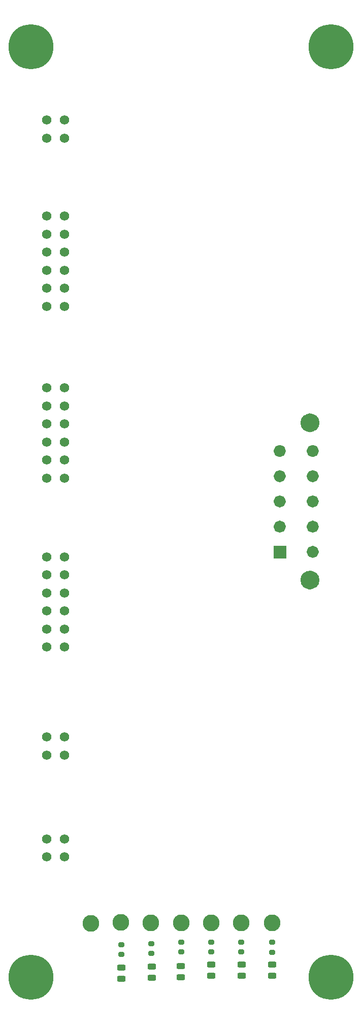
<source format=gbr>
%TF.GenerationSoftware,KiCad,Pcbnew,9.0.6*%
%TF.CreationDate,2026-03-01T09:21:26-05:00*%
%TF.ProjectId,acmi-pwrbrd,61636d69-2d70-4777-9262-72642e6b6963,rev?*%
%TF.SameCoordinates,Original*%
%TF.FileFunction,Soldermask,Top*%
%TF.FilePolarity,Negative*%
%FSLAX46Y46*%
G04 Gerber Fmt 4.6, Leading zero omitted, Abs format (unit mm)*
G04 Created by KiCad (PCBNEW 9.0.6) date 2026-03-01 09:21:26*
%MOMM*%
%LPD*%
G01*
G04 APERTURE LIST*
G04 Aperture macros list*
%AMRoundRect*
0 Rectangle with rounded corners*
0 $1 Rounding radius*
0 $2 $3 $4 $5 $6 $7 $8 $9 X,Y pos of 4 corners*
0 Add a 4 corners polygon primitive as box body*
4,1,4,$2,$3,$4,$5,$6,$7,$8,$9,$2,$3,0*
0 Add four circle primitives for the rounded corners*
1,1,$1+$1,$2,$3*
1,1,$1+$1,$4,$5*
1,1,$1+$1,$6,$7*
1,1,$1+$1,$8,$9*
0 Add four rect primitives between the rounded corners*
20,1,$1+$1,$2,$3,$4,$5,0*
20,1,$1+$1,$4,$5,$6,$7,0*
20,1,$1+$1,$6,$7,$8,$9,0*
20,1,$1+$1,$8,$9,$2,$3,0*%
G04 Aperture macros list end*
%ADD10C,1.026200*%
%ADD11C,1.576200*%
%ADD12C,0.010000*%
%ADD13RoundRect,0.200000X-0.275000X0.200000X-0.275000X-0.200000X0.275000X-0.200000X0.275000X0.200000X0*%
%ADD14C,2.800000*%
%ADD15RoundRect,0.243750X0.456250X-0.243750X0.456250X0.243750X-0.456250X0.243750X-0.456250X-0.243750X0*%
%ADD16C,1.574800*%
%ADD17C,7.500000*%
%ADD18RoundRect,0.243750X-0.456250X0.243750X-0.456250X-0.243750X0.456250X-0.243750X0.456250X0.243750X0*%
%ADD19C,3.000000*%
G04 APERTURE END LIST*
D10*
%TO.C,J6*%
X196973100Y-107350000D02*
G75*
G02*
X195946900Y-107350000I-513100J0D01*
G01*
X195946900Y-107350000D02*
G75*
G02*
X196973100Y-107350000I513100J0D01*
G01*
X196973100Y-111550000D02*
G75*
G02*
X195946900Y-111550000I-513100J0D01*
G01*
X195946900Y-111550000D02*
G75*
G02*
X196973100Y-111550000I513100J0D01*
G01*
X196973100Y-115750000D02*
G75*
G02*
X195946900Y-115750000I-513100J0D01*
G01*
X195946900Y-115750000D02*
G75*
G02*
X196973100Y-115750000I513100J0D01*
G01*
X196973100Y-119950000D02*
G75*
G02*
X195946900Y-119950000I-513100J0D01*
G01*
X195946900Y-119950000D02*
G75*
G02*
X196973100Y-119950000I513100J0D01*
G01*
D11*
X202288100Y-102650000D02*
G75*
G02*
X200711900Y-102650000I-788100J0D01*
G01*
X200711900Y-102650000D02*
G75*
G02*
X202288100Y-102650000I788100J0D01*
G01*
X202288100Y-128850000D02*
G75*
G02*
X200711900Y-128850000I-788100J0D01*
G01*
X200711900Y-128850000D02*
G75*
G02*
X202288100Y-128850000I788100J0D01*
G01*
D10*
X202473100Y-107350000D02*
G75*
G02*
X201446900Y-107350000I-513100J0D01*
G01*
X201446900Y-107350000D02*
G75*
G02*
X202473100Y-107350000I513100J0D01*
G01*
X202473100Y-111550000D02*
G75*
G02*
X201446900Y-111550000I-513100J0D01*
G01*
X201446900Y-111550000D02*
G75*
G02*
X202473100Y-111550000I513100J0D01*
G01*
X202473100Y-115750000D02*
G75*
G02*
X201446900Y-115750000I-513100J0D01*
G01*
X201446900Y-115750000D02*
G75*
G02*
X202473100Y-115750000I513100J0D01*
G01*
X202473100Y-119950000D02*
G75*
G02*
X201446900Y-119950000I-513100J0D01*
G01*
X201446900Y-119950000D02*
G75*
G02*
X202473100Y-119950000I513100J0D01*
G01*
X202473100Y-124150000D02*
G75*
G02*
X201446900Y-124150000I-513100J0D01*
G01*
X201446900Y-124150000D02*
G75*
G02*
X202473100Y-124150000I513100J0D01*
G01*
D12*
X197486200Y-125176200D02*
X195433800Y-125176200D01*
X195433800Y-123123800D01*
X197486200Y-123123800D01*
X197486200Y-125176200D01*
G36*
X197486200Y-125176200D02*
G01*
X195433800Y-125176200D01*
X195433800Y-123123800D01*
X197486200Y-123123800D01*
X197486200Y-125176200D01*
G37*
%TD*%
D13*
%TO.C,R6*%
X195212000Y-189206000D03*
X195212000Y-190856000D03*
%TD*%
D14*
%TO.C,TP3*%
X185000000Y-185937500D03*
%TD*%
%TO.C,TP1*%
X175000000Y-185937500D03*
%TD*%
D15*
%TO.C,D6*%
X195212000Y-194763000D03*
X195212000Y-192888000D03*
%TD*%
D16*
%TO.C,J7*%
X157564301Y-83225000D03*
X157564301Y-80225001D03*
X157564301Y-77225002D03*
X157564301Y-74225002D03*
X157564301Y-71225003D03*
X157564301Y-68225004D03*
X160564300Y-83225000D03*
X160564300Y-80225001D03*
X160564300Y-77225002D03*
X160564300Y-74225002D03*
X160564300Y-71225003D03*
X160564300Y-68225004D03*
%TD*%
D17*
%TO.C,MT2*%
X205000000Y-40000000D03*
%TD*%
D14*
%TO.C,TP7*%
X164986000Y-186030000D03*
%TD*%
%TO.C,TP5*%
X190000000Y-185937500D03*
%TD*%
D13*
%TO.C,R3*%
X185000000Y-189175000D03*
X185000000Y-190825000D03*
%TD*%
D16*
%TO.C,J4*%
X157564301Y-140000000D03*
X157564301Y-137000001D03*
X157564301Y-134000002D03*
X157564301Y-131000002D03*
X157564301Y-128000003D03*
X157564301Y-125000004D03*
X160564300Y-140000000D03*
X160564300Y-137000001D03*
X160564300Y-134000002D03*
X160564300Y-131000002D03*
X160564300Y-128000003D03*
X160564300Y-125000004D03*
%TD*%
D13*
%TO.C,R5*%
X190000000Y-189175000D03*
X190000000Y-190825000D03*
%TD*%
%TO.C,R1*%
X175080000Y-189394000D03*
X175080000Y-191044000D03*
%TD*%
D14*
%TO.C,TP4*%
X180000000Y-185937500D03*
%TD*%
D18*
%TO.C,D4*%
X179972000Y-193142000D03*
X179972000Y-195017000D03*
%TD*%
D14*
%TO.C,TP2*%
X170000000Y-185887500D03*
%TD*%
D15*
%TO.C,D5*%
X190132000Y-194763000D03*
X190132000Y-192888000D03*
%TD*%
D13*
%TO.C,R4*%
X180000000Y-189175000D03*
X180000000Y-190825000D03*
%TD*%
D15*
%TO.C,D3*%
X185052000Y-194763000D03*
X185052000Y-192888000D03*
%TD*%
D14*
%TO.C,TP6*%
X195212000Y-185937500D03*
%TD*%
D17*
%TO.C,MT3*%
X155000000Y-195000000D03*
%TD*%
D19*
%TO.C,J6*%
X201500000Y-102650000D03*
X201500000Y-128850000D03*
%TD*%
D15*
%TO.C,D1*%
X175146000Y-195110500D03*
X175146000Y-193235500D03*
%TD*%
D18*
%TO.C,D2*%
X170066000Y-193396000D03*
X170066000Y-195271000D03*
%TD*%
D16*
%TO.C,J2*%
X157564301Y-175000000D03*
X157564301Y-172000001D03*
X160564300Y-175000000D03*
X160564300Y-172000001D03*
%TD*%
D13*
%TO.C,R2*%
X170066000Y-189586000D03*
X170066000Y-191236000D03*
%TD*%
D16*
%TO.C,J1*%
X157564301Y-157999999D03*
X157564301Y-155000000D03*
X160564300Y-157999999D03*
X160564300Y-155000000D03*
%TD*%
D17*
%TO.C,MT1*%
X155000000Y-40000000D03*
%TD*%
D16*
%TO.C,J5*%
X157564301Y-55225001D03*
X157564301Y-52225002D03*
X160564300Y-55225001D03*
X160564300Y-52225002D03*
%TD*%
%TO.C,J3*%
X157564301Y-111839598D03*
X157564301Y-108839599D03*
X157564301Y-105839600D03*
X157564301Y-102839600D03*
X157564301Y-99839601D03*
X157564301Y-96839602D03*
X160564300Y-111839598D03*
X160564300Y-108839599D03*
X160564300Y-105839600D03*
X160564300Y-102839600D03*
X160564300Y-99839601D03*
X160564300Y-96839602D03*
%TD*%
D17*
%TO.C,MT4*%
X205000000Y-195000000D03*
%TD*%
M02*

</source>
